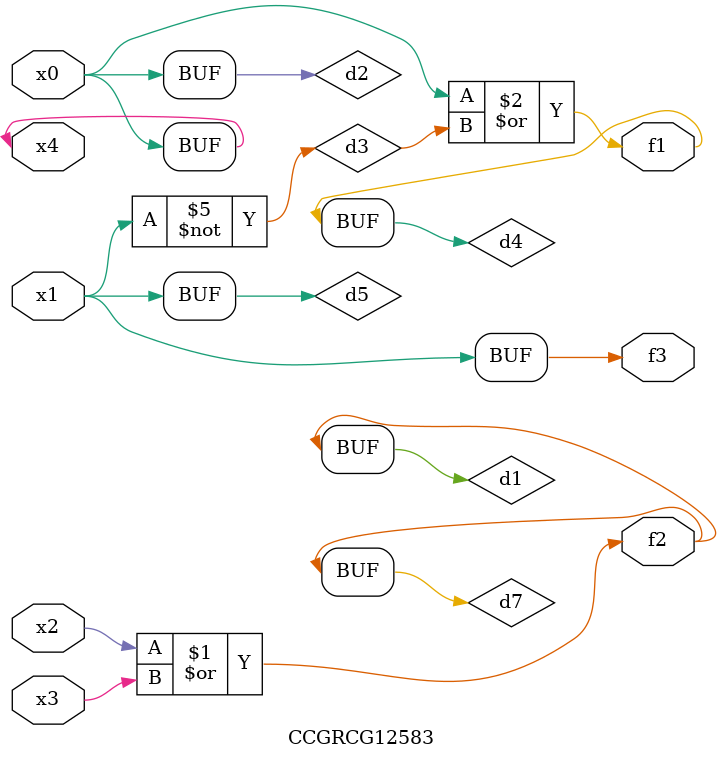
<source format=v>
module CCGRCG12583(
	input x0, x1, x2, x3, x4,
	output f1, f2, f3
);

	wire d1, d2, d3, d4, d5, d6, d7;

	or (d1, x2, x3);
	buf (d2, x0, x4);
	not (d3, x1);
	or (d4, d2, d3);
	not (d5, d3);
	nand (d6, d1, d3);
	or (d7, d1);
	assign f1 = d4;
	assign f2 = d7;
	assign f3 = d5;
endmodule

</source>
